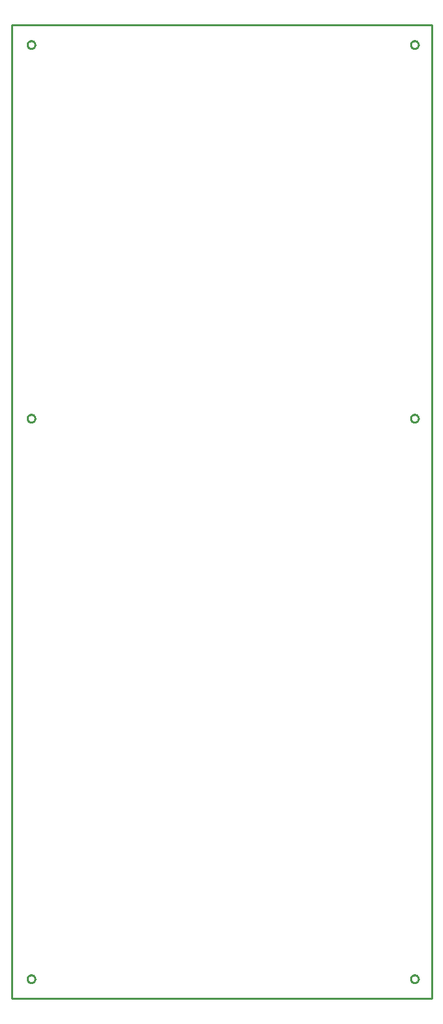
<source format=gbr>
G04 EAGLE Gerber RS-274X export*
G75*
%MOMM*%
%FSLAX34Y34*%
%LPD*%
%IN*%
%IPPOS*%
%AMOC8*
5,1,8,0,0,1.08239X$1,22.5*%
G01*
%ADD10C,0.254000*%


D10*
X0Y0D02*
X542800Y0D01*
X542800Y1257200D01*
X0Y1257200D01*
X0Y0D01*
X30400Y1231619D02*
X30337Y1231061D01*
X30212Y1230514D01*
X30027Y1229984D01*
X29783Y1229478D01*
X29484Y1229002D01*
X29134Y1228563D01*
X28737Y1228166D01*
X28298Y1227816D01*
X27822Y1227517D01*
X27316Y1227273D01*
X26786Y1227088D01*
X26239Y1226963D01*
X25681Y1226900D01*
X25119Y1226900D01*
X24561Y1226963D01*
X24014Y1227088D01*
X23484Y1227273D01*
X22978Y1227517D01*
X22502Y1227816D01*
X22063Y1228166D01*
X21666Y1228563D01*
X21316Y1229002D01*
X21017Y1229478D01*
X20773Y1229984D01*
X20588Y1230514D01*
X20463Y1231061D01*
X20400Y1231619D01*
X20400Y1232181D01*
X20463Y1232739D01*
X20588Y1233286D01*
X20773Y1233816D01*
X21017Y1234322D01*
X21316Y1234798D01*
X21666Y1235237D01*
X22063Y1235634D01*
X22502Y1235984D01*
X22978Y1236283D01*
X23484Y1236527D01*
X24014Y1236712D01*
X24561Y1236837D01*
X25119Y1236900D01*
X25681Y1236900D01*
X26239Y1236837D01*
X26786Y1236712D01*
X27316Y1236527D01*
X27822Y1236283D01*
X28298Y1235984D01*
X28737Y1235634D01*
X29134Y1235237D01*
X29484Y1234798D01*
X29783Y1234322D01*
X30027Y1233816D01*
X30212Y1233286D01*
X30337Y1232739D01*
X30400Y1232181D01*
X30400Y1231619D01*
X525700Y1231619D02*
X525637Y1231061D01*
X525512Y1230514D01*
X525327Y1229984D01*
X525083Y1229478D01*
X524784Y1229002D01*
X524434Y1228563D01*
X524037Y1228166D01*
X523598Y1227816D01*
X523122Y1227517D01*
X522616Y1227273D01*
X522086Y1227088D01*
X521539Y1226963D01*
X520981Y1226900D01*
X520419Y1226900D01*
X519861Y1226963D01*
X519314Y1227088D01*
X518784Y1227273D01*
X518278Y1227517D01*
X517802Y1227816D01*
X517363Y1228166D01*
X516966Y1228563D01*
X516616Y1229002D01*
X516317Y1229478D01*
X516073Y1229984D01*
X515888Y1230514D01*
X515763Y1231061D01*
X515700Y1231619D01*
X515700Y1232181D01*
X515763Y1232739D01*
X515888Y1233286D01*
X516073Y1233816D01*
X516317Y1234322D01*
X516616Y1234798D01*
X516966Y1235237D01*
X517363Y1235634D01*
X517802Y1235984D01*
X518278Y1236283D01*
X518784Y1236527D01*
X519314Y1236712D01*
X519861Y1236837D01*
X520419Y1236900D01*
X520981Y1236900D01*
X521539Y1236837D01*
X522086Y1236712D01*
X522616Y1236527D01*
X523122Y1236283D01*
X523598Y1235984D01*
X524037Y1235634D01*
X524434Y1235237D01*
X524784Y1234798D01*
X525083Y1234322D01*
X525327Y1233816D01*
X525512Y1233286D01*
X525637Y1232739D01*
X525700Y1232181D01*
X525700Y1231619D01*
X525700Y25119D02*
X525637Y24561D01*
X525512Y24014D01*
X525327Y23484D01*
X525083Y22978D01*
X524784Y22502D01*
X524434Y22063D01*
X524037Y21666D01*
X523598Y21316D01*
X523122Y21017D01*
X522616Y20773D01*
X522086Y20588D01*
X521539Y20463D01*
X520981Y20400D01*
X520419Y20400D01*
X519861Y20463D01*
X519314Y20588D01*
X518784Y20773D01*
X518278Y21017D01*
X517802Y21316D01*
X517363Y21666D01*
X516966Y22063D01*
X516616Y22502D01*
X516317Y22978D01*
X516073Y23484D01*
X515888Y24014D01*
X515763Y24561D01*
X515700Y25119D01*
X515700Y25681D01*
X515763Y26239D01*
X515888Y26786D01*
X516073Y27316D01*
X516317Y27822D01*
X516616Y28298D01*
X516966Y28737D01*
X517363Y29134D01*
X517802Y29484D01*
X518278Y29783D01*
X518784Y30027D01*
X519314Y30212D01*
X519861Y30337D01*
X520419Y30400D01*
X520981Y30400D01*
X521539Y30337D01*
X522086Y30212D01*
X522616Y30027D01*
X523122Y29783D01*
X523598Y29484D01*
X524037Y29134D01*
X524434Y28737D01*
X524784Y28298D01*
X525083Y27822D01*
X525327Y27316D01*
X525512Y26786D01*
X525637Y26239D01*
X525700Y25681D01*
X525700Y25119D01*
X30400Y25119D02*
X30337Y24561D01*
X30212Y24014D01*
X30027Y23484D01*
X29783Y22978D01*
X29484Y22502D01*
X29134Y22063D01*
X28737Y21666D01*
X28298Y21316D01*
X27822Y21017D01*
X27316Y20773D01*
X26786Y20588D01*
X26239Y20463D01*
X25681Y20400D01*
X25119Y20400D01*
X24561Y20463D01*
X24014Y20588D01*
X23484Y20773D01*
X22978Y21017D01*
X22502Y21316D01*
X22063Y21666D01*
X21666Y22063D01*
X21316Y22502D01*
X21017Y22978D01*
X20773Y23484D01*
X20588Y24014D01*
X20463Y24561D01*
X20400Y25119D01*
X20400Y25681D01*
X20463Y26239D01*
X20588Y26786D01*
X20773Y27316D01*
X21017Y27822D01*
X21316Y28298D01*
X21666Y28737D01*
X22063Y29134D01*
X22502Y29484D01*
X22978Y29783D01*
X23484Y30027D01*
X24014Y30212D01*
X24561Y30337D01*
X25119Y30400D01*
X25681Y30400D01*
X26239Y30337D01*
X26786Y30212D01*
X27316Y30027D01*
X27822Y29783D01*
X28298Y29484D01*
X28737Y29134D01*
X29134Y28737D01*
X29484Y28298D01*
X29783Y27822D01*
X30027Y27316D01*
X30212Y26786D01*
X30337Y26239D01*
X30400Y25681D01*
X30400Y25119D01*
X30400Y749019D02*
X30337Y748461D01*
X30212Y747914D01*
X30027Y747384D01*
X29783Y746878D01*
X29484Y746402D01*
X29134Y745963D01*
X28737Y745566D01*
X28298Y745216D01*
X27822Y744917D01*
X27316Y744673D01*
X26786Y744488D01*
X26239Y744363D01*
X25681Y744300D01*
X25119Y744300D01*
X24561Y744363D01*
X24014Y744488D01*
X23484Y744673D01*
X22978Y744917D01*
X22502Y745216D01*
X22063Y745566D01*
X21666Y745963D01*
X21316Y746402D01*
X21017Y746878D01*
X20773Y747384D01*
X20588Y747914D01*
X20463Y748461D01*
X20400Y749019D01*
X20400Y749581D01*
X20463Y750139D01*
X20588Y750686D01*
X20773Y751216D01*
X21017Y751722D01*
X21316Y752198D01*
X21666Y752637D01*
X22063Y753034D01*
X22502Y753384D01*
X22978Y753683D01*
X23484Y753927D01*
X24014Y754112D01*
X24561Y754237D01*
X25119Y754300D01*
X25681Y754300D01*
X26239Y754237D01*
X26786Y754112D01*
X27316Y753927D01*
X27822Y753683D01*
X28298Y753384D01*
X28737Y753034D01*
X29134Y752637D01*
X29484Y752198D01*
X29783Y751722D01*
X30027Y751216D01*
X30212Y750686D01*
X30337Y750139D01*
X30400Y749581D01*
X30400Y749019D01*
X525700Y749019D02*
X525637Y748461D01*
X525512Y747914D01*
X525327Y747384D01*
X525083Y746878D01*
X524784Y746402D01*
X524434Y745963D01*
X524037Y745566D01*
X523598Y745216D01*
X523122Y744917D01*
X522616Y744673D01*
X522086Y744488D01*
X521539Y744363D01*
X520981Y744300D01*
X520419Y744300D01*
X519861Y744363D01*
X519314Y744488D01*
X518784Y744673D01*
X518278Y744917D01*
X517802Y745216D01*
X517363Y745566D01*
X516966Y745963D01*
X516616Y746402D01*
X516317Y746878D01*
X516073Y747384D01*
X515888Y747914D01*
X515763Y748461D01*
X515700Y749019D01*
X515700Y749581D01*
X515763Y750139D01*
X515888Y750686D01*
X516073Y751216D01*
X516317Y751722D01*
X516616Y752198D01*
X516966Y752637D01*
X517363Y753034D01*
X517802Y753384D01*
X518278Y753683D01*
X518784Y753927D01*
X519314Y754112D01*
X519861Y754237D01*
X520419Y754300D01*
X520981Y754300D01*
X521539Y754237D01*
X522086Y754112D01*
X522616Y753927D01*
X523122Y753683D01*
X523598Y753384D01*
X524037Y753034D01*
X524434Y752637D01*
X524784Y752198D01*
X525083Y751722D01*
X525327Y751216D01*
X525512Y750686D01*
X525637Y750139D01*
X525700Y749581D01*
X525700Y749019D01*
M02*

</source>
